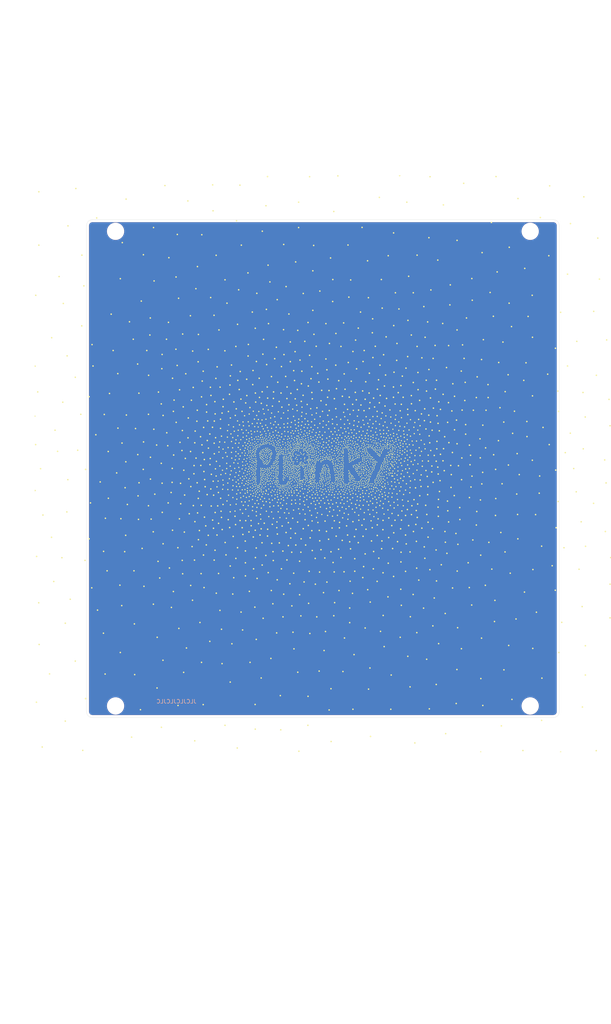
<source format=kicad_pcb>
(kicad_pcb (version 20221018) (generator pcbnew)
  (layers (0 "F.Cu" signal) (31 "B.Cu" signal) (34 "B.Paste" user) (35 "F.Paste" user) (36 "B.SilkS" user "B.Silkscreen") (37 "F.SilkS" user "F.Silkscreen") (38 "B.Mask" user) (39 "F.Mask" user) (44 "Edge.Cuts" user))
  (net 0 "")
  (footprint "MountingHole:MountingHole_3.2mm_M3" (layer "F.Cu") (at 129.66 141.145)
    (fp_text reference "M3" hide)
    (fp_text value "MountingHole_3.2mm_M3")
    (pad "" np_thru_hole circle (at 0 0) (size 3.2 3.2) (drill 3.2) (layers "*.Cu" "*.Mask"))
  )
  (footprint "MountingHole:MountingHole_3.2mm_M3" (layer "F.Cu") (at 129.66 18.875)
    (fp_text reference "M2" hide)
    (fp_text value "MountingHole_3.2mm_M3")
    (pad "" np_thru_hole circle (at 0 0) (size 3.2 3.2) (drill 3.2) (layers "*.Cu" "*.Mask"))
  )
  (footprint "MountingHole:MountingHole_3.2mm_M3" (layer "F.Cu") (at 22.74 141.145)
    (fp_text reference "M4" hide)
    (fp_text value "MountingHole_3.2mm_M3")
    (pad "" np_thru_hole circle (at 0 0) (size 3.2 3.2) (drill 3.2) (layers "*.Cu" "*.Mask"))
  )
  (footprint "MountingHole:MountingHole_3.2mm_M3" (layer "F.Cu") (at 22.74 18.875)
    (fp_text reference "M1" hide)
    (fp_text value "MountingHole_3.2mm_M3")
    (pad "" np_thru_hole circle (at 0 0) (size 3.2 3.2) (drill 3.2) (layers "*.Cu" "*.Mask"))
  )
  (footprint "plinky:dots" (layer "F.Cu") (at 76.2 78.74)
    (fp_text reference "G***" hide)
    (fp_text value "LOGO" hide)
  )
  (footprint "plinkyblackfront:plinky_osh_logo_fmask" (layer "F.Cu") (at 76.2 78.759169)
    (fp_text reference "G***" hide)
    (fp_text value "LOGO" hide)
  )
  (gr_line (start 135.636 144.145) (end 16.764 144.145) (stroke (width 0.05)) (layer "Edge.Cuts"))
  (gr_line (start 137.16 17.526) (end 137.16 142.621) (stroke (width 0.05)) (layer "Edge.Cuts"))
  (gr_arc (start 137.16 142.621) (mid 136.713631 143.698631) (end 135.636 144.145) (stroke (width 0.05)) (layer "Edge.Cuts"))
  (gr_arc (start 16.764 144.145) (mid 15.686369 143.698631) (end 15.24 142.621) (stroke (width 0.05)) (layer "Edge.Cuts"))
  (gr_arc (start 15.24 17.399) (mid 15.686369 16.321369) (end 16.764 15.875) (stroke (width 0.05)) (layer "Edge.Cuts"))
  (gr_line (start 137.16 17.399) (end 137.16 17.526) (stroke (width 0.05)) (layer "Edge.Cuts"))
  (gr_line (start 16.764 15.875) (end 135.636 15.875) (stroke (width 0.05)) (layer "Edge.Cuts"))
  (gr_arc (start 135.636 15.875) (mid 136.713631 16.321369) (end 137.16 17.399) (stroke (width 0.05)) (layer "Edge.Cuts"))
  (gr_line (start 15.24 17.399) (end 15.24 142.621) (stroke (width 0.05)) (layer "Edge.Cuts"))
  (gr_text "JLCJLCJLCJLC" (at 43.68321 140.567698) (layer "B.SilkS") (effects (font (size 1 1)) (justify left bottom mirror)))
  (zone (net 0) (net_name "") (layer "F.Cu") (connect_pads (clearance 0.508)) (min_thickness 0.254) (fill yes (thermal_gap 0.508) (thermal_bridge_width 0.508))
    (polygon (pts (xy 137.16 144.78) (xy 15.24 144.78) (xy 15.24 15.24) (xy 137.16 15.24)))
  )
  (zone (net 0) (net_name "") (layer "B.Cu") (connect_pads (clearance 0.508)) (min_thickness 0.254) (fill yes (thermal_gap 0.508) (thermal_bridge_width 0.508))
    (polygon (pts (xy 137.16 144.78) (xy 15.24 144.78) (xy 15.24 15.24) (xy 137.16 15.24)))
  )
)
</source>
